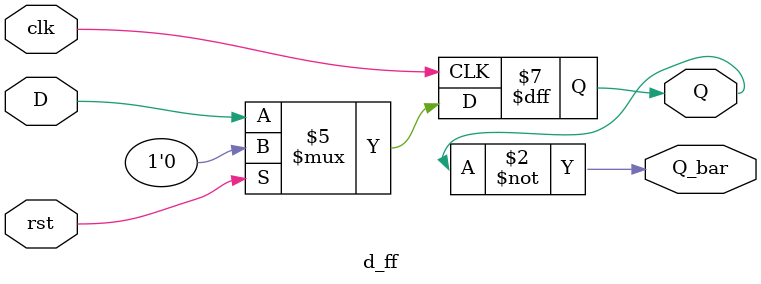
<source format=v>
module d_ff(input clk, input D,input rst, output reg Q, output reg Q_bar);


always @(*) Q_bar = ~ Q;
always @(posedge clk) begin

    if(rst) Q <=1'b0;
    else Q<=D;



end








endmodule

</source>
